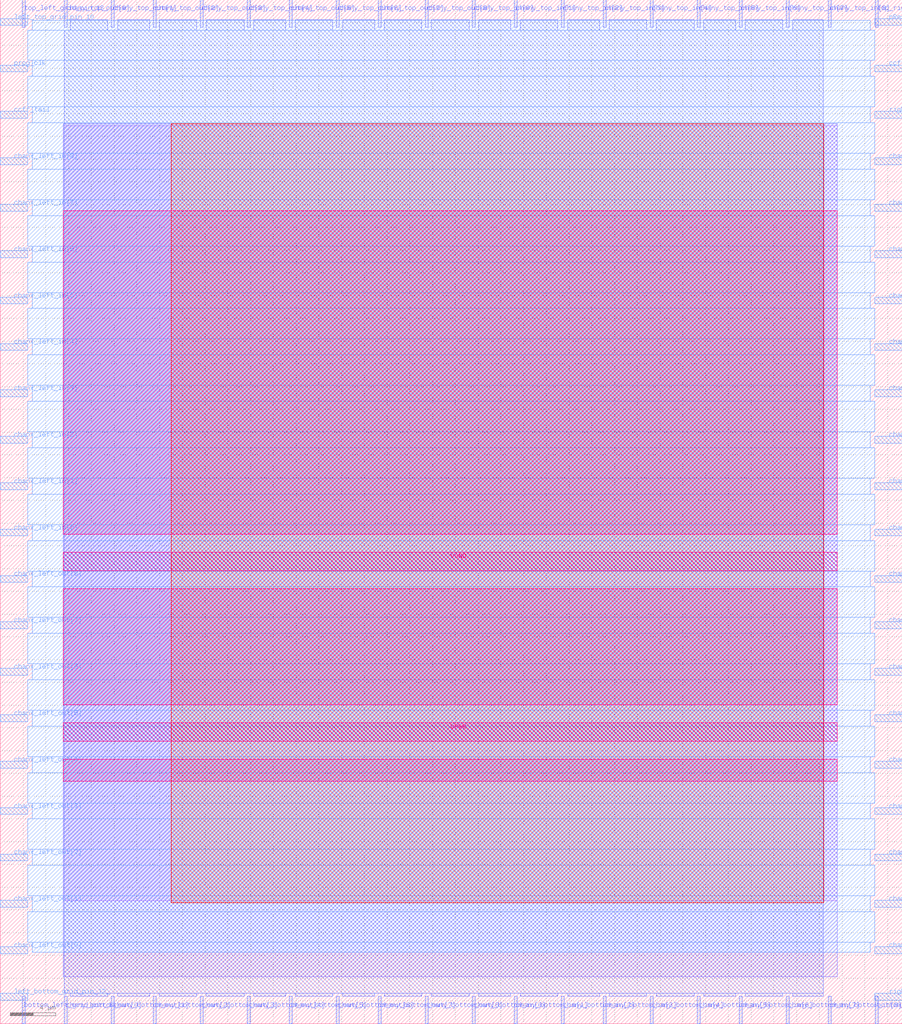
<source format=lef>
VERSION 5.7 ;
  NOWIREEXTENSIONATPIN ON ;
  DIVIDERCHAR "/" ;
  BUSBITCHARS "[]" ;
MACRO sb_1__1_
  CLASS BLOCK ;
  FOREIGN sb_1__1_ ;
  ORIGIN 0.000 0.000 ;
  SIZE 79.295 BY 90.015 ;
  PIN bottom_left_grid_pin_13_
    DIRECTION INPUT ;
    PORT
      LAYER met2 ;
        RECT 1.930 0.000 2.210 2.400 ;
    END
  END bottom_left_grid_pin_13_
  PIN bottom_right_grid_pin_11_
    DIRECTION INPUT ;
    PORT
      LAYER met2 ;
        RECT 76.910 0.000 77.190 2.400 ;
    END
  END bottom_right_grid_pin_11_
  PIN ccff_head
    DIRECTION INPUT ;
    PORT
      LAYER met3 ;
        RECT 76.895 83.680 79.295 84.280 ;
    END
  END ccff_head
  PIN ccff_tail
    DIRECTION OUTPUT TRISTATE ;
    PORT
      LAYER met3 ;
        RECT 0.000 79.600 2.400 80.200 ;
    END
  END ccff_tail
  PIN chanx_left_in[0]
    DIRECTION INPUT ;
    PORT
      LAYER met3 ;
        RECT 0.000 42.880 2.400 43.480 ;
    END
  END chanx_left_in[0]
  PIN chanx_left_in[1]
    DIRECTION INPUT ;
    PORT
      LAYER met3 ;
        RECT 0.000 46.960 2.400 47.560 ;
    END
  END chanx_left_in[1]
  PIN chanx_left_in[2]
    DIRECTION INPUT ;
    PORT
      LAYER met3 ;
        RECT 0.000 51.040 2.400 51.640 ;
    END
  END chanx_left_in[2]
  PIN chanx_left_in[3]
    DIRECTION INPUT ;
    PORT
      LAYER met3 ;
        RECT 0.000 55.120 2.400 55.720 ;
    END
  END chanx_left_in[3]
  PIN chanx_left_in[4]
    DIRECTION INPUT ;
    PORT
      LAYER met3 ;
        RECT 0.000 59.200 2.400 59.800 ;
    END
  END chanx_left_in[4]
  PIN chanx_left_in[5]
    DIRECTION INPUT ;
    PORT
      LAYER met3 ;
        RECT 0.000 63.280 2.400 63.880 ;
    END
  END chanx_left_in[5]
  PIN chanx_left_in[6]
    DIRECTION INPUT ;
    PORT
      LAYER met3 ;
        RECT 0.000 67.360 2.400 67.960 ;
    END
  END chanx_left_in[6]
  PIN chanx_left_in[7]
    DIRECTION INPUT ;
    PORT
      LAYER met3 ;
        RECT 0.000 71.440 2.400 72.040 ;
    END
  END chanx_left_in[7]
  PIN chanx_left_in[8]
    DIRECTION INPUT ;
    PORT
      LAYER met3 ;
        RECT 0.000 75.520 2.400 76.120 ;
    END
  END chanx_left_in[8]
  PIN chanx_left_out[0]
    DIRECTION OUTPUT TRISTATE ;
    PORT
      LAYER met3 ;
        RECT 0.000 6.160 2.400 6.760 ;
    END
  END chanx_left_out[0]
  PIN chanx_left_out[1]
    DIRECTION OUTPUT TRISTATE ;
    PORT
      LAYER met3 ;
        RECT 0.000 10.240 2.400 10.840 ;
    END
  END chanx_left_out[1]
  PIN chanx_left_out[2]
    DIRECTION OUTPUT TRISTATE ;
    PORT
      LAYER met3 ;
        RECT 0.000 14.320 2.400 14.920 ;
    END
  END chanx_left_out[2]
  PIN chanx_left_out[3]
    DIRECTION OUTPUT TRISTATE ;
    PORT
      LAYER met3 ;
        RECT 0.000 18.400 2.400 19.000 ;
    END
  END chanx_left_out[3]
  PIN chanx_left_out[4]
    DIRECTION OUTPUT TRISTATE ;
    PORT
      LAYER met3 ;
        RECT 0.000 22.480 2.400 23.080 ;
    END
  END chanx_left_out[4]
  PIN chanx_left_out[5]
    DIRECTION OUTPUT TRISTATE ;
    PORT
      LAYER met3 ;
        RECT 0.000 26.560 2.400 27.160 ;
    END
  END chanx_left_out[5]
  PIN chanx_left_out[6]
    DIRECTION OUTPUT TRISTATE ;
    PORT
      LAYER met3 ;
        RECT 0.000 30.640 2.400 31.240 ;
    END
  END chanx_left_out[6]
  PIN chanx_left_out[7]
    DIRECTION OUTPUT TRISTATE ;
    PORT
      LAYER met3 ;
        RECT 0.000 34.720 2.400 35.320 ;
    END
  END chanx_left_out[7]
  PIN chanx_left_out[8]
    DIRECTION OUTPUT TRISTATE ;
    PORT
      LAYER met3 ;
        RECT 0.000 38.800 2.400 39.400 ;
    END
  END chanx_left_out[8]
  PIN chanx_right_in[0]
    DIRECTION INPUT ;
    PORT
      LAYER met3 ;
        RECT 76.895 42.880 79.295 43.480 ;
    END
  END chanx_right_in[0]
  PIN chanx_right_in[1]
    DIRECTION INPUT ;
    PORT
      LAYER met3 ;
        RECT 76.895 46.960 79.295 47.560 ;
    END
  END chanx_right_in[1]
  PIN chanx_right_in[2]
    DIRECTION INPUT ;
    PORT
      LAYER met3 ;
        RECT 76.895 51.040 79.295 51.640 ;
    END
  END chanx_right_in[2]
  PIN chanx_right_in[3]
    DIRECTION INPUT ;
    PORT
      LAYER met3 ;
        RECT 76.895 55.120 79.295 55.720 ;
    END
  END chanx_right_in[3]
  PIN chanx_right_in[4]
    DIRECTION INPUT ;
    PORT
      LAYER met3 ;
        RECT 76.895 59.200 79.295 59.800 ;
    END
  END chanx_right_in[4]
  PIN chanx_right_in[5]
    DIRECTION INPUT ;
    PORT
      LAYER met3 ;
        RECT 76.895 63.280 79.295 63.880 ;
    END
  END chanx_right_in[5]
  PIN chanx_right_in[6]
    DIRECTION INPUT ;
    PORT
      LAYER met3 ;
        RECT 76.895 67.360 79.295 67.960 ;
    END
  END chanx_right_in[6]
  PIN chanx_right_in[7]
    DIRECTION INPUT ;
    PORT
      LAYER met3 ;
        RECT 76.895 71.440 79.295 72.040 ;
    END
  END chanx_right_in[7]
  PIN chanx_right_in[8]
    DIRECTION INPUT ;
    PORT
      LAYER met3 ;
        RECT 76.895 75.520 79.295 76.120 ;
    END
  END chanx_right_in[8]
  PIN chanx_right_out[0]
    DIRECTION OUTPUT TRISTATE ;
    PORT
      LAYER met3 ;
        RECT 76.895 6.160 79.295 6.760 ;
    END
  END chanx_right_out[0]
  PIN chanx_right_out[1]
    DIRECTION OUTPUT TRISTATE ;
    PORT
      LAYER met3 ;
        RECT 76.895 10.240 79.295 10.840 ;
    END
  END chanx_right_out[1]
  PIN chanx_right_out[2]
    DIRECTION OUTPUT TRISTATE ;
    PORT
      LAYER met3 ;
        RECT 76.895 14.320 79.295 14.920 ;
    END
  END chanx_right_out[2]
  PIN chanx_right_out[3]
    DIRECTION OUTPUT TRISTATE ;
    PORT
      LAYER met3 ;
        RECT 76.895 18.400 79.295 19.000 ;
    END
  END chanx_right_out[3]
  PIN chanx_right_out[4]
    DIRECTION OUTPUT TRISTATE ;
    PORT
      LAYER met3 ;
        RECT 76.895 22.480 79.295 23.080 ;
    END
  END chanx_right_out[4]
  PIN chanx_right_out[5]
    DIRECTION OUTPUT TRISTATE ;
    PORT
      LAYER met3 ;
        RECT 76.895 26.560 79.295 27.160 ;
    END
  END chanx_right_out[5]
  PIN chanx_right_out[6]
    DIRECTION OUTPUT TRISTATE ;
    PORT
      LAYER met3 ;
        RECT 76.895 30.640 79.295 31.240 ;
    END
  END chanx_right_out[6]
  PIN chanx_right_out[7]
    DIRECTION OUTPUT TRISTATE ;
    PORT
      LAYER met3 ;
        RECT 76.895 34.720 79.295 35.320 ;
    END
  END chanx_right_out[7]
  PIN chanx_right_out[8]
    DIRECTION OUTPUT TRISTATE ;
    PORT
      LAYER met3 ;
        RECT 76.895 38.800 79.295 39.400 ;
    END
  END chanx_right_out[8]
  PIN chany_bottom_in[0]
    DIRECTION INPUT ;
    PORT
      LAYER met2 ;
        RECT 41.490 0.000 41.770 2.400 ;
    END
  END chany_bottom_in[0]
  PIN chany_bottom_in[1]
    DIRECTION INPUT ;
    PORT
      LAYER met2 ;
        RECT 45.170 0.000 45.450 2.400 ;
    END
  END chany_bottom_in[1]
  PIN chany_bottom_in[2]
    DIRECTION INPUT ;
    PORT
      LAYER met2 ;
        RECT 49.310 0.000 49.590 2.400 ;
    END
  END chany_bottom_in[2]
  PIN chany_bottom_in[3]
    DIRECTION INPUT ;
    PORT
      LAYER met2 ;
        RECT 52.990 0.000 53.270 2.400 ;
    END
  END chany_bottom_in[3]
  PIN chany_bottom_in[4]
    DIRECTION INPUT ;
    PORT
      LAYER met2 ;
        RECT 57.130 0.000 57.410 2.400 ;
    END
  END chany_bottom_in[4]
  PIN chany_bottom_in[5]
    DIRECTION INPUT ;
    PORT
      LAYER met2 ;
        RECT 61.270 0.000 61.550 2.400 ;
    END
  END chany_bottom_in[5]
  PIN chany_bottom_in[6]
    DIRECTION INPUT ;
    PORT
      LAYER met2 ;
        RECT 64.950 0.000 65.230 2.400 ;
    END
  END chany_bottom_in[6]
  PIN chany_bottom_in[7]
    DIRECTION INPUT ;
    PORT
      LAYER met2 ;
        RECT 69.090 0.000 69.370 2.400 ;
    END
  END chany_bottom_in[7]
  PIN chany_bottom_in[8]
    DIRECTION INPUT ;
    PORT
      LAYER met2 ;
        RECT 72.770 0.000 73.050 2.400 ;
    END
  END chany_bottom_in[8]
  PIN chany_bottom_out[0]
    DIRECTION OUTPUT TRISTATE ;
    PORT
      LAYER met2 ;
        RECT 5.610 0.000 5.890 2.400 ;
    END
  END chany_bottom_out[0]
  PIN chany_bottom_out[1]
    DIRECTION OUTPUT TRISTATE ;
    PORT
      LAYER met2 ;
        RECT 9.750 0.000 10.030 2.400 ;
    END
  END chany_bottom_out[1]
  PIN chany_bottom_out[2]
    DIRECTION OUTPUT TRISTATE ;
    PORT
      LAYER met2 ;
        RECT 13.430 0.000 13.710 2.400 ;
    END
  END chany_bottom_out[2]
  PIN chany_bottom_out[3]
    DIRECTION OUTPUT TRISTATE ;
    PORT
      LAYER met2 ;
        RECT 17.570 0.000 17.850 2.400 ;
    END
  END chany_bottom_out[3]
  PIN chany_bottom_out[4]
    DIRECTION OUTPUT TRISTATE ;
    PORT
      LAYER met2 ;
        RECT 21.710 0.000 21.990 2.400 ;
    END
  END chany_bottom_out[4]
  PIN chany_bottom_out[5]
    DIRECTION OUTPUT TRISTATE ;
    PORT
      LAYER met2 ;
        RECT 25.390 0.000 25.670 2.400 ;
    END
  END chany_bottom_out[5]
  PIN chany_bottom_out[6]
    DIRECTION OUTPUT TRISTATE ;
    PORT
      LAYER met2 ;
        RECT 29.530 0.000 29.810 2.400 ;
    END
  END chany_bottom_out[6]
  PIN chany_bottom_out[7]
    DIRECTION OUTPUT TRISTATE ;
    PORT
      LAYER met2 ;
        RECT 33.210 0.000 33.490 2.400 ;
    END
  END chany_bottom_out[7]
  PIN chany_bottom_out[8]
    DIRECTION OUTPUT TRISTATE ;
    PORT
      LAYER met2 ;
        RECT 37.350 0.000 37.630 2.400 ;
    END
  END chany_bottom_out[8]
  PIN chany_top_in[0]
    DIRECTION INPUT ;
    PORT
      LAYER met2 ;
        RECT 41.490 87.615 41.770 90.015 ;
    END
  END chany_top_in[0]
  PIN chany_top_in[1]
    DIRECTION INPUT ;
    PORT
      LAYER met2 ;
        RECT 45.170 87.615 45.450 90.015 ;
    END
  END chany_top_in[1]
  PIN chany_top_in[2]
    DIRECTION INPUT ;
    PORT
      LAYER met2 ;
        RECT 49.310 87.615 49.590 90.015 ;
    END
  END chany_top_in[2]
  PIN chany_top_in[3]
    DIRECTION INPUT ;
    PORT
      LAYER met2 ;
        RECT 52.990 87.615 53.270 90.015 ;
    END
  END chany_top_in[3]
  PIN chany_top_in[4]
    DIRECTION INPUT ;
    PORT
      LAYER met2 ;
        RECT 57.130 87.615 57.410 90.015 ;
    END
  END chany_top_in[4]
  PIN chany_top_in[5]
    DIRECTION INPUT ;
    PORT
      LAYER met2 ;
        RECT 61.270 87.615 61.550 90.015 ;
    END
  END chany_top_in[5]
  PIN chany_top_in[6]
    DIRECTION INPUT ;
    PORT
      LAYER met2 ;
        RECT 64.950 87.615 65.230 90.015 ;
    END
  END chany_top_in[6]
  PIN chany_top_in[7]
    DIRECTION INPUT ;
    PORT
      LAYER met2 ;
        RECT 69.090 87.615 69.370 90.015 ;
    END
  END chany_top_in[7]
  PIN chany_top_in[8]
    DIRECTION INPUT ;
    PORT
      LAYER met2 ;
        RECT 72.770 87.615 73.050 90.015 ;
    END
  END chany_top_in[8]
  PIN chany_top_out[0]
    DIRECTION OUTPUT TRISTATE ;
    PORT
      LAYER met2 ;
        RECT 5.610 87.615 5.890 90.015 ;
    END
  END chany_top_out[0]
  PIN chany_top_out[1]
    DIRECTION OUTPUT TRISTATE ;
    PORT
      LAYER met2 ;
        RECT 9.750 87.615 10.030 90.015 ;
    END
  END chany_top_out[1]
  PIN chany_top_out[2]
    DIRECTION OUTPUT TRISTATE ;
    PORT
      LAYER met2 ;
        RECT 13.430 87.615 13.710 90.015 ;
    END
  END chany_top_out[2]
  PIN chany_top_out[3]
    DIRECTION OUTPUT TRISTATE ;
    PORT
      LAYER met2 ;
        RECT 17.570 87.615 17.850 90.015 ;
    END
  END chany_top_out[3]
  PIN chany_top_out[4]
    DIRECTION OUTPUT TRISTATE ;
    PORT
      LAYER met2 ;
        RECT 21.710 87.615 21.990 90.015 ;
    END
  END chany_top_out[4]
  PIN chany_top_out[5]
    DIRECTION OUTPUT TRISTATE ;
    PORT
      LAYER met2 ;
        RECT 25.390 87.615 25.670 90.015 ;
    END
  END chany_top_out[5]
  PIN chany_top_out[6]
    DIRECTION OUTPUT TRISTATE ;
    PORT
      LAYER met2 ;
        RECT 29.530 87.615 29.810 90.015 ;
    END
  END chany_top_out[6]
  PIN chany_top_out[7]
    DIRECTION OUTPUT TRISTATE ;
    PORT
      LAYER met2 ;
        RECT 33.210 87.615 33.490 90.015 ;
    END
  END chany_top_out[7]
  PIN chany_top_out[8]
    DIRECTION OUTPUT TRISTATE ;
    PORT
      LAYER met2 ;
        RECT 37.350 87.615 37.630 90.015 ;
    END
  END chany_top_out[8]
  PIN left_bottom_grid_pin_12_
    DIRECTION INPUT ;
    PORT
      LAYER met3 ;
        RECT 0.000 2.080 2.400 2.680 ;
    END
  END left_bottom_grid_pin_12_
  PIN left_top_grid_pin_10_
    DIRECTION INPUT ;
    PORT
      LAYER met3 ;
        RECT 0.000 87.760 2.400 88.360 ;
    END
  END left_top_grid_pin_10_
  PIN pReset
    DIRECTION INPUT ;
    PORT
      LAYER met3 ;
        RECT 76.895 87.760 79.295 88.360 ;
    END
  END pReset
  PIN prog_clk
    DIRECTION INPUT ;
    PORT
      LAYER met3 ;
        RECT 0.000 83.680 2.400 84.280 ;
    END
  END prog_clk
  PIN right_bottom_grid_pin_12_
    DIRECTION INPUT ;
    PORT
      LAYER met3 ;
        RECT 76.895 2.080 79.295 2.680 ;
    END
  END right_bottom_grid_pin_12_
  PIN right_top_grid_pin_10_
    DIRECTION INPUT ;
    PORT
      LAYER met3 ;
        RECT 76.895 79.600 79.295 80.200 ;
    END
  END right_top_grid_pin_10_
  PIN top_left_grid_pin_13_
    DIRECTION INPUT ;
    PORT
      LAYER met2 ;
        RECT 1.930 87.615 2.210 90.015 ;
    END
  END top_left_grid_pin_13_
  PIN top_right_grid_pin_11_
    DIRECTION INPUT ;
    PORT
      LAYER met2 ;
        RECT 76.910 87.615 77.190 90.015 ;
    END
  END top_right_grid_pin_11_
  PIN VPWR
    DIRECTION INPUT ;
    USE POWER ;
    PORT
      LAYER met5 ;
        RECT 5.520 24.845 73.600 26.445 ;
    END
  END VPWR
  PIN VGND
    DIRECTION INPUT ;
    USE GROUND ;
    PORT
      LAYER met5 ;
        RECT 5.520 39.845 73.600 41.445 ;
    END
  END VGND
  OBS
      LAYER li1 ;
        RECT 5.520 10.795 73.600 78.965 ;
      LAYER met1 ;
        RECT 5.520 4.120 73.600 79.120 ;
      LAYER met2 ;
        RECT 6.170 87.335 9.470 88.245 ;
        RECT 10.310 87.335 13.150 88.245 ;
        RECT 13.990 87.335 17.290 88.245 ;
        RECT 18.130 87.335 21.430 88.245 ;
        RECT 22.270 87.335 25.110 88.245 ;
        RECT 25.950 87.335 29.250 88.245 ;
        RECT 30.090 87.335 32.930 88.245 ;
        RECT 33.770 87.335 37.070 88.245 ;
        RECT 37.910 87.335 41.210 88.245 ;
        RECT 42.050 87.335 44.890 88.245 ;
        RECT 45.730 87.335 49.030 88.245 ;
        RECT 49.870 87.335 52.710 88.245 ;
        RECT 53.550 87.335 56.850 88.245 ;
        RECT 57.690 87.335 60.990 88.245 ;
        RECT 61.830 87.335 64.670 88.245 ;
        RECT 65.510 87.335 68.810 88.245 ;
        RECT 69.650 87.335 72.340 88.245 ;
        RECT 5.610 2.680 72.340 87.335 ;
        RECT 6.170 2.400 9.470 2.680 ;
        RECT 10.310 2.400 13.150 2.680 ;
        RECT 13.990 2.400 17.290 2.680 ;
        RECT 18.130 2.400 21.430 2.680 ;
        RECT 22.270 2.400 25.110 2.680 ;
        RECT 25.950 2.400 29.250 2.680 ;
        RECT 30.090 2.400 32.930 2.680 ;
        RECT 33.770 2.400 37.070 2.680 ;
        RECT 37.910 2.400 41.210 2.680 ;
        RECT 42.050 2.400 44.890 2.680 ;
        RECT 45.730 2.400 49.030 2.680 ;
        RECT 49.870 2.400 52.710 2.680 ;
        RECT 53.550 2.400 56.850 2.680 ;
        RECT 57.690 2.400 60.990 2.680 ;
        RECT 61.830 2.400 64.670 2.680 ;
        RECT 65.510 2.400 68.810 2.680 ;
        RECT 69.650 2.400 72.340 2.680 ;
      LAYER met3 ;
        RECT 2.800 87.360 76.495 88.225 ;
        RECT 2.400 84.680 76.895 87.360 ;
        RECT 2.800 83.280 76.495 84.680 ;
        RECT 2.400 80.600 76.895 83.280 ;
        RECT 2.800 79.200 76.495 80.600 ;
        RECT 2.400 76.520 76.895 79.200 ;
        RECT 2.800 75.120 76.495 76.520 ;
        RECT 2.400 72.440 76.895 75.120 ;
        RECT 2.800 71.040 76.495 72.440 ;
        RECT 2.400 68.360 76.895 71.040 ;
        RECT 2.800 66.960 76.495 68.360 ;
        RECT 2.400 64.280 76.895 66.960 ;
        RECT 2.800 62.880 76.495 64.280 ;
        RECT 2.400 60.200 76.895 62.880 ;
        RECT 2.800 58.800 76.495 60.200 ;
        RECT 2.400 56.120 76.895 58.800 ;
        RECT 2.800 54.720 76.495 56.120 ;
        RECT 2.400 52.040 76.895 54.720 ;
        RECT 2.800 50.640 76.495 52.040 ;
        RECT 2.400 47.960 76.895 50.640 ;
        RECT 2.800 46.560 76.495 47.960 ;
        RECT 2.400 43.880 76.895 46.560 ;
        RECT 2.800 42.480 76.495 43.880 ;
        RECT 2.400 39.800 76.895 42.480 ;
        RECT 2.800 38.400 76.495 39.800 ;
        RECT 2.400 35.720 76.895 38.400 ;
        RECT 2.800 34.320 76.495 35.720 ;
        RECT 2.400 31.640 76.895 34.320 ;
        RECT 2.800 30.240 76.495 31.640 ;
        RECT 2.400 27.560 76.895 30.240 ;
        RECT 2.800 26.160 76.495 27.560 ;
        RECT 2.400 23.480 76.895 26.160 ;
        RECT 2.800 22.080 76.495 23.480 ;
        RECT 2.400 19.400 76.895 22.080 ;
        RECT 2.800 18.000 76.495 19.400 ;
        RECT 2.400 15.320 76.895 18.000 ;
        RECT 2.800 13.920 76.495 15.320 ;
        RECT 2.400 11.240 76.895 13.920 ;
        RECT 2.800 9.840 76.495 11.240 ;
        RECT 2.400 7.160 76.895 9.840 ;
        RECT 2.800 6.295 76.495 7.160 ;
      LAYER met4 ;
        RECT 15.015 10.640 72.400 79.120 ;
      LAYER met5 ;
        RECT 5.520 43.045 73.600 71.450 ;
        RECT 5.520 28.045 73.600 38.245 ;
        RECT 5.520 21.300 73.600 23.245 ;
  END
END sb_1__1_
END LIBRARY


</source>
